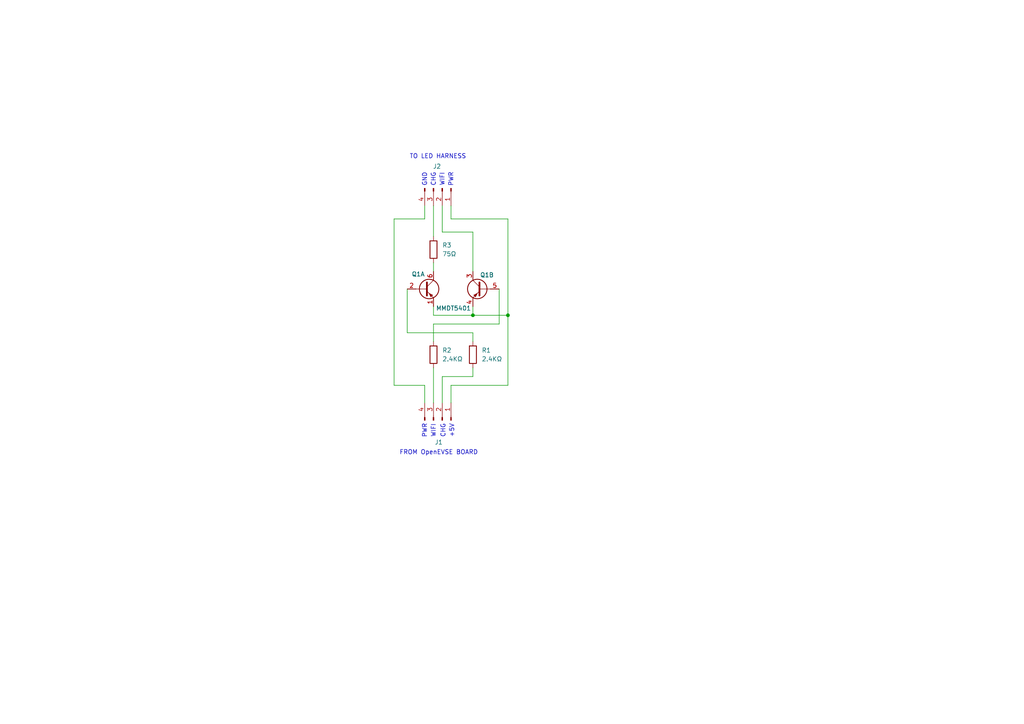
<source format=kicad_sch>
(kicad_sch (version 20231120) (generator "eeschema") (generator_version "8.0")
  (paper "A4")
  (lib_symbols
    (symbol "Connector:Conn_01x04_Pin" (pin_names (offset 1.016) hide)
      (property "Reference" "J" (at 0 5.08 0))
      (property "Value" "Conn_01x04_Pin" (at 0 -7.62 0))
      (symbol "Conn_01x04_Pin_1_1"
        (polyline (pts (xy 1.27 -5.08) (xy 0.8636 -5.08)) (stroke (width 0.1524)))
        (polyline (pts (xy 1.27 -2.54) (xy 0.8636 -2.54)) (stroke (width 0.1524)))
        (polyline (pts (xy 1.27 0) (xy 0.8636 0)) (stroke (width 0.1524)))
        (polyline (pts (xy 1.27 2.54) (xy 0.8636 2.54)) (stroke (width 0.1524)))
        (rectangle (start 0.8636 -4.953) (end 0 -5.207) (stroke (width 0.1524)) (fill (type outline)))
        (rectangle (start 0.8636 -2.413) (end 0 -2.667) (stroke (width 0.1524)) (fill (type outline)))
        (rectangle (start 0.8636 0.127) (end 0 -0.127) (stroke (width 0.1524)) (fill (type outline)))
        (rectangle (start 0.8636 2.667) (end 0 2.413) (stroke (width 0.1524)) (fill (type outline)))
        (pin passive line (at 5.08 2.54 180) (length 3.81) (name "Pin_1") (number "1"))
        (pin passive line (at 5.08 0 180) (length 3.81) (name "Pin_2") (number "2"))
        (pin passive line (at 5.08 -2.54 180) (length 3.81) (name "Pin_3") (number "3"))
        (pin passive line (at 5.08 -5.08 180) (length 3.81) (name "Pin_4") (number "4"))
      )
    )
    (symbol "Device:R" (pin_numbers hide) (pin_names (offset 0))
      (property "Reference" "R" (at 2.032 0 90))
      (property "Value" "R" (at 0 0 90))
      (symbol "R_0_1"
        (rectangle (start -1.016 -2.54) (end 1.016 2.54) (stroke (width 0.254)))
      )
      (symbol "R_1_1"
        (pin passive line (at 0 3.81 270) (length 1.27) (name "~") (number "1"))
        (pin passive line (at 0 -3.81 90) (length 1.27) (name "~") (number "2"))
      )
    )
    (symbol "Transistor_BJT:MMDT5401" (pin_names (offset 0) hide)
      (property "Reference" "Q" (at 5.08 1.27 0))
      (property "Value" "MMDT5401" (at 5.08 -1.27 0))
      (symbol "MMDT5401_0_1"
        (polyline (pts (xy 0.635 0) (xy -2.54 0)))
        (polyline (pts (xy 0.635 0.635) (xy 2.54 2.54)))
        (polyline (pts (xy 0.635 -0.635) (xy 2.54 -2.54) (xy 2.54 -2.54)))
        (polyline (pts (xy 0.635 1.905) (xy 0.635 -1.905) (xy 0.635 -1.905)) (stroke (width 0.508)))
        (polyline (pts (xy 2.286 -1.778) (xy 1.778 -2.286) (xy 1.27 -1.27) (xy 2.286 -1.778) (xy 2.286 -1.778)) (fill (type outline)))
        (circle (center 1.27 0) (radius 2.8194) (stroke (width 0.254)))
      )
      (symbol "MMDT5401_1_1"
        (pin passive line (at 2.54 -5.08 90) (length 2.54) (name "E1") (number "1"))
        (pin input line (at -5.08 0 0) (length 2.54) (name "B1") (number "2"))
        (pin passive line (at 2.54 5.08 270) (length 2.54) (name "C1") (number "6"))
      )
      (symbol "MMDT5401_2_1"
        (pin passive line (at 2.54 5.08 270) (length 2.54) (name "C2") (number "3"))
        (pin passive line (at 2.54 -5.08 90) (length 2.54) (name "E2") (number "4"))
        (pin input line (at -5.08 0 0) (length 2.54) (name "B2") (number "5"))
      )
    )
  )
  (junction (at 147.32 91.44))
  (junction (at 137.16 91.44))
  (wire (pts (xy 130.81 116.84) (xy 130.81 111.76)))
  (wire (pts (xy 125.73 59.69) (xy 125.73 68.58)))
  (wire (pts (xy 147.32 91.44) (xy 147.32 63.5)))
  (wire (pts (xy 144.78 83.82) (xy 144.78 93.98)))
  (wire (pts (xy 128.27 109.22) (xy 137.16 109.22)))
  (wire (pts (xy 125.73 106.68) (xy 125.73 116.84)))
  (wire (pts (xy 118.11 96.52) (xy 137.16 96.52)))
  (wire (pts (xy 125.73 76.2) (xy 125.73 78.74)))
  (wire (pts (xy 125.73 99.06) (xy 125.73 93.98)))
  (wire (pts (xy 123.19 111.76) (xy 114.3 111.76)))
  (wire (pts (xy 125.73 88.9) (xy 125.73 91.44)))
  (wire (pts (xy 125.73 93.98) (xy 144.78 93.98)))
  (wire (pts (xy 147.32 63.5) (xy 130.81 63.5)))
  (wire (pts (xy 123.19 111.76) (xy 123.19 116.84)))
  (wire (pts (xy 137.16 67.31) (xy 137.16 78.74)))
  (wire (pts (xy 137.16 96.52) (xy 137.16 99.06)))
  (wire (pts (xy 137.16 67.31) (xy 128.27 67.31)))
  (wire (pts (xy 137.16 91.44) (xy 147.32 91.44)))
  (wire (pts (xy 130.81 63.5) (xy 130.81 59.69)))
  (wire (pts (xy 114.3 63.5) (xy 114.3 111.76)))
  (wire (pts (xy 128.27 59.69) (xy 128.27 67.31)))
  (wire (pts (xy 128.27 109.22) (xy 128.27 116.84)))
  (wire (pts (xy 114.3 63.5) (xy 123.19 63.5)))
  (wire (pts (xy 137.16 88.9) (xy 137.16 91.44)))
  (wire (pts (xy 137.16 109.22) (xy 137.16 106.68)))
  (wire (pts (xy 147.32 111.76) (xy 147.32 91.44)))
  (wire (pts (xy 118.11 83.82) (xy 118.11 96.52)))
  (wire (pts (xy 137.16 91.44) (xy 125.73 91.44)))
  (wire (pts (xy 130.81 111.76) (xy 147.32 111.76)))
  (wire (pts (xy 123.19 59.69) (xy 123.19 63.5)))
  (text "PWR" (at 123.19 124.968 90) (effects (font (size 1.27 1.27))))
  (text "PWR" (at 130.81 52.07 90) (effects (font (size 1.27 1.27))))
  (text "GND" (at 123.19 52.07 90) (effects (font (size 1.27 1.27))))
  (text "TO LED HARNESS" (at 127 45.466 0) (effects (font (size 1.27 1.27))))
  (text "FROM OpenEVSE BOARD" (at 127.254 131.318 0) (effects (font (size 1.27 1.27))))
  (text "+5V" (at 131.064 124.968 90) (effects (font (size 1.27 1.27))))
  (text "WIFI" (at 128.27 52.07 90) (effects (font (size 1.27 1.27))))
  (text "WIFI" (at 125.73 124.968 90) (effects (font (size 1.27 1.27))))
  (text "CHG" (at 128.524 124.968 90) (effects (font (size 1.27 1.27))))
  (text "CHG" (at 125.73 52.07 90) (effects (font (size 1.27 1.27))))
  (symbol (lib_id "Transistor_BJT:MMDT5401") (at 123.19 83.82 0) (unit 1)
    (property "Reference" "Q1" (at 119.38 79.502 0) (effects (justify left)))
    (property "Value" "MMDT5401" (effects (hide yes)))
    (property "Footprint" "Package_TO_SOT_SMD:SOT-363_SC-70-6" (effects (hide yes)))
    (property "Datasheet" "http://www.diodes.com/_files/datasheets/ds30169.pdf" (effects (hide yes)))
    (property "Description" "200mA IC, 160V Vce, Dual PNP/PNP Transistors, SOT-363" (effects (hide yes)))
    (property "LCSC PN" "C968396" (effects (hide yes)))
  )
  (symbol (lib_id "Device:R") (at 125.73 102.87 0) (unit 1)
    (property "Reference" "R2" (at 128.27 101.5999 0) (effects (justify left)))
    (property "Value" "2.4KΩ" (at 128.27 104.1399 0) (effects (justify left)))
    (property "Footprint" "Resistor_SMD:R_0603_1608Metric" (effects (hide yes)))
    (property "Description" "Resistor - 2.4kOhm" (effects (hide yes)))
    (property "LCSC PN" "C22940  " (effects (hide yes)))
  )
  (symbol (lib_id "Connector:Conn_01x04_Pin") (at 128.27 54.61 270) (unit 1)
    (property "Reference" "J2" (at 126.746 48.26 90))
    (property "Value" "Conn_01x04_Pin" (effects (hide yes)))
    (property "Footprint" "JuiceAdapter-Library:STWXE FC38-04N0-AHS" (effects (hide yes)))
    (property "Description" "Generic connector, single row, 01x04, script generated" (effects (hide yes)))
    (property "LCSC PN" "C7499262" (effects (hide yes)))
  )
  (symbol (lib_id "Device:R") (at 137.16 102.87 0) (unit 1)
    (property "Reference" "R1" (at 139.7 101.5999 0) (effects (justify left)))
    (property "Value" "2.4KΩ" (at 139.7 104.1399 0) (effects (justify left)))
    (property "Footprint" "Resistor_SMD:R_0603_1608Metric" (effects (hide yes)))
    (property "Description" "Resistor - 2.4kOhm" (effects (hide yes)))
    (property "LCSC PN" "C22940  " (effects (hide yes)))
  )
  (symbol (lib_id "Connector:Conn_01x04_Pin") (at 128.27 121.92 270) (mirror x) (unit 1)
    (property "Reference" "J1" (at 127.254 128.27 90))
    (property "Value" "Conn_01x04_Pin" (effects (hide yes)))
    (property "Footprint" "JuiceAdapter-Library:STWXE FC38-04N0-AHS" (effects (hide yes)))
    (property "Description" "Generic connector, single row, 01x04, script generated" (effects (hide yes)))
    (property "LCSC PN" "C7499262" (effects (hide yes)))
  )
  (symbol (lib_id "Transistor_BJT:MMDT5401") (at 139.7 83.82 0) (mirror y) (unit 2)
    (property "Reference" "Q1" (at 143.256 79.756 0) (effects (justify left)))
    (property "Value" "MMDT5401" (at 136.652 89.408 0) (effects (justify left)))
    (property "Footprint" "Package_TO_SOT_SMD:SOT-363_SC-70-6" (effects (hide yes)))
    (property "Datasheet" "http://www.diodes.com/_files/datasheets/ds30169.pdf" (effects (hide yes)))
    (property "Description" "200mA IC, 160V Vce, Dual PNP/PNP Transistors, SOT-363" (effects (hide yes)))
    (property "LCSC PN" "C968396" (effects (hide yes)))
  )
  (symbol (lib_id "Device:R") (at 125.73 72.39 0) (unit 1)
    (property "Reference" "R3" (at 128.27 71.1199 0) (effects (justify left)))
    (property "Value" "75Ω" (at 128.27 73.6599 0) (effects (justify left)))
    (property "Footprint" "Resistor_SMD:R_0603_1608Metric" (effects (hide yes)))
    (property "Description" "Resistor - 75Ohm" (effects (hide yes)))
    (property "LCSC PN" "C4275" (effects (hide yes)))
  )
)
</source>
